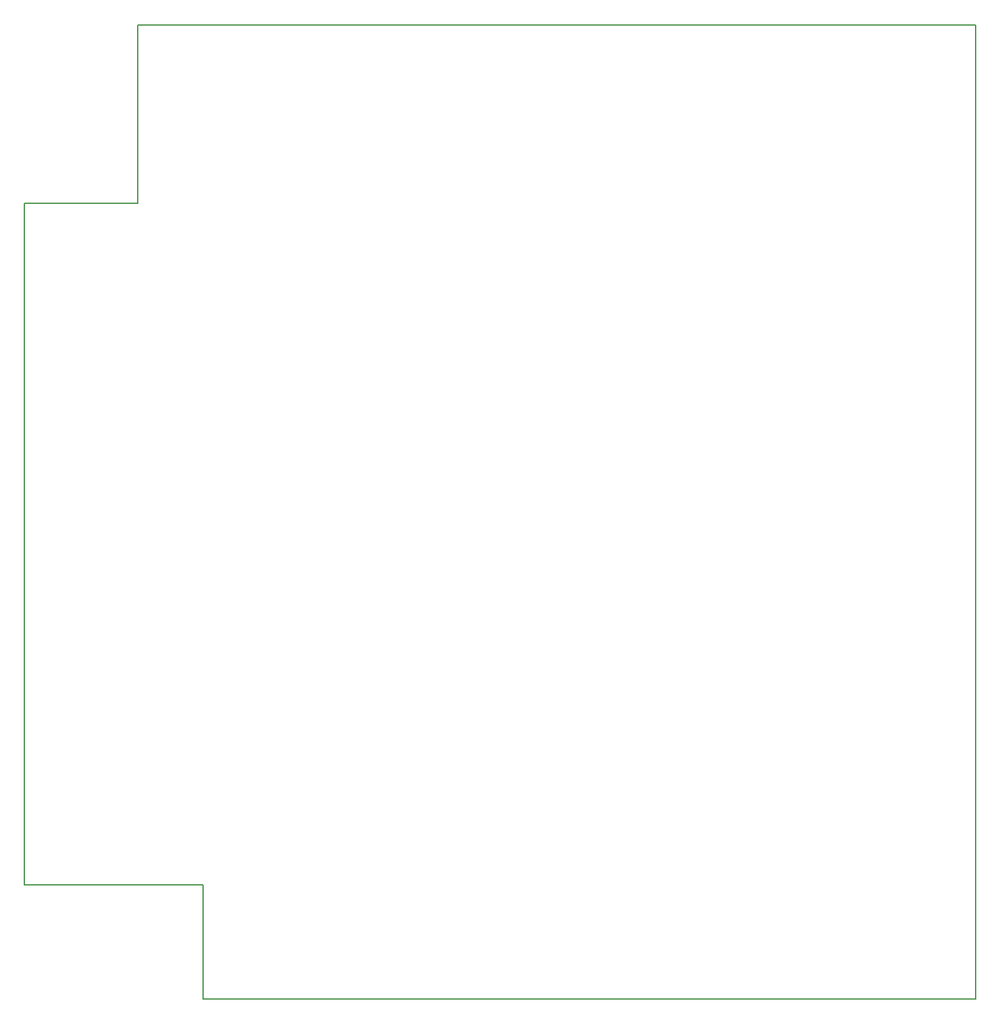
<source format=gko>
G04 #@! TF.FileFunction,Profile,NP*
%FSLAX46Y46*%
G04 Gerber Fmt 4.6, Leading zero omitted, Abs format (unit mm)*
G04 Created by KiCad (PCBNEW 4.0.0-rc1-stable) date 24.2.2017 20:34:00*
%MOMM*%
G01*
G04 APERTURE LIST*
%ADD10C,0.100000*%
%ADD11C,0.150000*%
G04 APERTURE END LIST*
D10*
D11*
X15057460Y128635100D02*
X15057460Y105059340D01*
X15057460Y105059340D02*
X42860Y105059340D01*
X125801460Y128635100D02*
X15057460Y128635100D01*
X125801460Y1900D02*
X125801460Y128635100D01*
X23647160Y1900D02*
X125801460Y1900D01*
X23647160Y15040360D02*
X23647160Y1900D01*
X42860Y15040360D02*
X23647160Y15040360D01*
X42860Y105059340D02*
X42860Y15040360D01*
M02*

</source>
